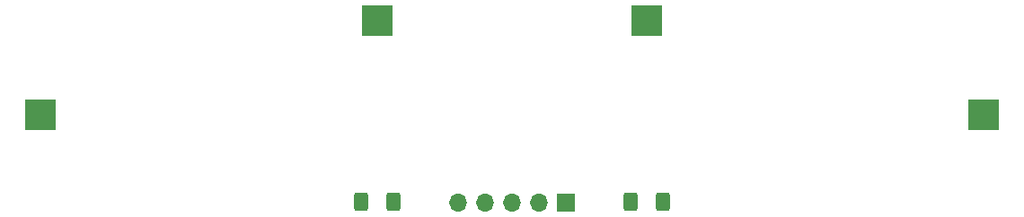
<source format=gbr>
%TF.GenerationSoftware,KiCad,Pcbnew,(6.0.4)*%
%TF.CreationDate,2022-08-22T23:27:17+02:00*%
%TF.ProjectId,SolarCMZ,536f6c61-7243-44d5-9a2e-6b696361645f,rev?*%
%TF.SameCoordinates,Original*%
%TF.FileFunction,Soldermask,Top*%
%TF.FilePolarity,Negative*%
%FSLAX46Y46*%
G04 Gerber Fmt 4.6, Leading zero omitted, Abs format (unit mm)*
G04 Created by KiCad (PCBNEW (6.0.4)) date 2022-08-22 23:27:17*
%MOMM*%
%LPD*%
G01*
G04 APERTURE LIST*
G04 Aperture macros list*
%AMRoundRect*
0 Rectangle with rounded corners*
0 $1 Rounding radius*
0 $2 $3 $4 $5 $6 $7 $8 $9 X,Y pos of 4 corners*
0 Add a 4 corners polygon primitive as box body*
4,1,4,$2,$3,$4,$5,$6,$7,$8,$9,$2,$3,0*
0 Add four circle primitives for the rounded corners*
1,1,$1+$1,$2,$3*
1,1,$1+$1,$4,$5*
1,1,$1+$1,$6,$7*
1,1,$1+$1,$8,$9*
0 Add four rect primitives between the rounded corners*
20,1,$1+$1,$2,$3,$4,$5,0*
20,1,$1+$1,$4,$5,$6,$7,0*
20,1,$1+$1,$6,$7,$8,$9,0*
20,1,$1+$1,$8,$9,$2,$3,0*%
G04 Aperture macros list end*
%ADD10R,1.700000X1.700000*%
%ADD11O,1.700000X1.700000*%
%ADD12RoundRect,0.250000X0.400000X0.625000X-0.400000X0.625000X-0.400000X-0.625000X0.400000X-0.625000X0*%
%ADD13R,3.000000X3.000000*%
G04 APERTURE END LIST*
D10*
%TO.C,SolarPanelConnector1*%
X157475000Y-122625000D03*
D11*
X154935000Y-122625000D03*
X152395000Y-122625000D03*
X149855000Y-122625000D03*
X147315000Y-122625000D03*
%TD*%
D12*
%TO.C,R2*%
X141250000Y-122555000D03*
X138150000Y-122555000D03*
%TD*%
%TO.C,R1*%
X166650000Y-122555000D03*
X163550000Y-122555000D03*
%TD*%
D13*
%TO.C,Solar2pos*%
X139700000Y-105410000D03*
%TD*%
%TO.C,Solar1neg*%
X165100000Y-105410000D03*
%TD*%
%TO.C,Solar2neg*%
X107950000Y-114300000D03*
%TD*%
%TO.C,Solar1pos*%
X196850000Y-114300000D03*
%TD*%
M02*

</source>
